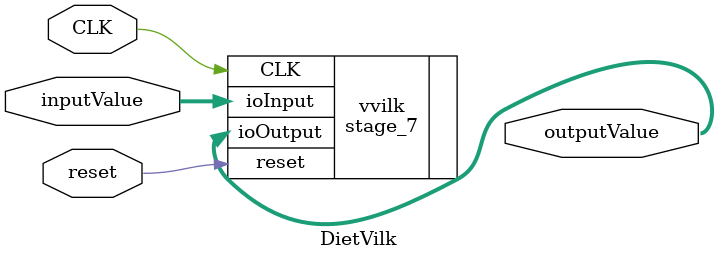
<source format=v>
module DietVilk(
input [15:0] inputValue,
output [15:0] outputValue,
input CLK,
input reset
);



stage_7 vvilk(
	.CLK(CLK),
	.reset(reset),
	.ioInput(inputValue),
	.ioOutput(outputValue)
	);
	
	
endmodule
	
</source>
